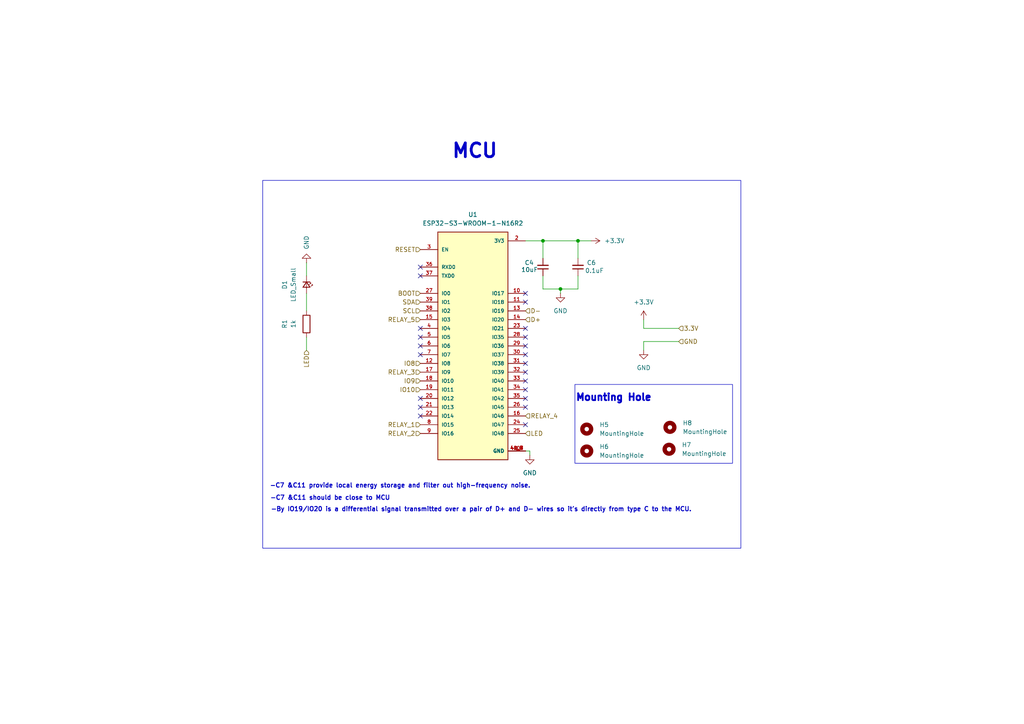
<source format=kicad_sch>
(kicad_sch (version 20231120) (generator "eeschema") (generator_version "8.0")
  (paper "A4")
  (lib_symbols
    (symbol "Device:C_Small" (pin_numbers hide) (pin_names (offset 0.254) hide)
      (property "Reference" "C" (at 0.254 1.778 0))
      (property "Value" "C_Small" (at 0.254 -2.032 0))
      (symbol "C_Small_0_1"
        (polyline (pts (xy -1.524 -0.508) (xy 1.524 -0.508)) (stroke (width 0.3302)))
        (polyline (pts (xy -1.524 0.508) (xy 1.524 0.508)) (stroke (width 0.3048)))
      )
      (symbol "C_Small_1_1"
        (pin passive line (at 0 2.54 270) (length 2.032) (name "~") (number "1"))
        (pin passive line (at 0 -2.54 90) (length 2.032) (name "~") (number "2"))
      )
    )
    (symbol "Device:LED_Small" (pin_numbers hide) (pin_names (offset 0.254) hide)
      (property "Reference" "D" (at -1.27 3.175 0))
      (property "Value" "LED_Small" (at -4.445 -2.54 0))
      (symbol "LED_Small_0_1"
        (polyline (pts (xy -0.762 -1.016) (xy -0.762 1.016)) (stroke (width 0.254)))
        (polyline (pts (xy 1.016 0) (xy -0.762 0)))
        (polyline (pts (xy 0.762 -1.016) (xy -0.762 0) (xy 0.762 1.016) (xy 0.762 -1.016)) (stroke (width 0.254)))
        (polyline (pts (xy 0 0.762) (xy -0.508 1.27) (xy -0.254 1.27) (xy -0.508 1.27) (xy -0.508 1.016)))
        (polyline (pts (xy 0.508 1.27) (xy 0 1.778) (xy 0.254 1.778) (xy 0 1.778) (xy 0 1.524)))
      )
      (symbol "LED_Small_1_1"
        (pin passive line (at -2.54 0 0) (length 1.778) (name "K") (number "1"))
        (pin passive line (at 2.54 0 180) (length 1.778) (name "A") (number "2"))
      )
    )
    (symbol "Device:R" (pin_numbers hide) (pin_names (offset 0))
      (property "Reference" "R" (at 2.032 0 90))
      (property "Value" "R" (at 0 0 90))
      (symbol "R_0_1"
        (rectangle (start -1.016 -2.54) (end 1.016 2.54) (stroke (width 0.254)))
      )
      (symbol "R_1_1"
        (pin passive line (at 0 3.81 270) (length 1.27) (name "~") (number "1"))
        (pin passive line (at 0 -3.81 90) (length 1.27) (name "~") (number "2"))
      )
    )
    (symbol "ESP32-S3-WROOM-1-N16R2_1" (pin_names (offset 1.016))
      (property "Reference" "U" (at -10.16 34.1122 0))
      (property "Value" "ESP32-S3-WROOM-1-N16R2" (at -10.16 -35.56 0))
      (symbol "ESP32-S3-WROOM-1-N16R2_1_0_0"
        (rectangle (start -10.16 -33.02) (end 10.16 33.02) (stroke (width 0.254)) (fill (type background)))
        (pin power_in line (at 15.24 -30.48 180) (length 5.08) (name "GND") (number "1"))
        (pin bidirectional line (at 15.24 15.24 180) (length 5.08) (name "IO17") (number "10"))
        (pin bidirectional line (at 15.24 12.7 180) (length 5.08) (name "IO18") (number "11"))
        (pin bidirectional line (at -15.24 -5.08 0) (length 5.08) (name "IO8") (number "12"))
        (pin bidirectional line (at 15.24 10.16 180) (length 5.08) (name "IO19") (number "13"))
        (pin bidirectional line (at 15.24 7.62 180) (length 5.08) (name "IO20") (number "14"))
        (pin bidirectional line (at -15.24 7.62 0) (length 5.08) (name "IO3") (number "15"))
        (pin bidirectional line (at 15.24 -20.32 180) (length 5.08) (name "IO46") (number "16"))
        (pin bidirectional line (at -15.24 -7.62 0) (length 5.08) (name "IO9") (number "17"))
        (pin bidirectional line (at -15.24 -10.16 0) (length 5.08) (name "IO10") (number "18"))
        (pin bidirectional line (at -15.24 -12.7 0) (length 5.08) (name "IO11") (number "19"))
        (pin power_in line (at 15.24 30.48 180) (length 5.08) (name "3V3") (number "2"))
        (pin bidirectional line (at -15.24 -15.24 0) (length 5.08) (name "IO12") (number "20"))
        (pin bidirectional line (at -15.24 -17.78 0) (length 5.08) (name "IO13") (number "21"))
        (pin bidirectional line (at -15.24 -20.32 0) (length 5.08) (name "IO14") (number "22"))
        (pin bidirectional line (at 15.24 5.08 180) (length 5.08) (name "IO21") (number "23"))
        (pin bidirectional line (at 15.24 -22.86 180) (length 5.08) (name "IO47") (number "24"))
        (pin bidirectional line (at 15.24 -25.4 180) (length 5.08) (name "IO48") (number "25"))
        (pin bidirectional line (at 15.24 -17.78 180) (length 5.08) (name "IO45") (number "26"))
        (pin bidirectional line (at -15.24 15.24 0) (length 5.08) (name "IO0") (number "27"))
        (pin bidirectional line (at 15.24 2.54 180) (length 5.08) (name "IO35") (number "28"))
        (pin bidirectional line (at 15.24 0 180) (length 5.08) (name "IO36") (number "29"))
        (pin input line (at -15.24 27.94 0) (length 5.08) (name "EN") (number "3"))
        (pin bidirectional line (at 15.24 -2.54 180) (length 5.08) (name "IO37") (number "30"))
        (pin bidirectional line (at 15.24 -5.08 180) (length 5.08) (name "IO38") (number "31"))
        (pin bidirectional line (at 15.24 -7.62 180) (length 5.08) (name "IO39") (number "32"))
        (pin bidirectional line (at 15.24 -10.16 180) (length 5.08) (name "IO40") (number "33"))
        (pin bidirectional line (at 15.24 -12.7 180) (length 5.08) (name "IO41") (number "34"))
        (pin bidirectional line (at 15.24 -15.24 180) (length 5.08) (name "IO42") (number "35"))
        (pin bidirectional line (at -15.24 22.86 0) (length 5.08) (name "RXD0") (number "36"))
        (pin bidirectional line (at -15.24 20.32 0) (length 5.08) (name "TXD0") (number "37"))
        (pin bidirectional line (at -15.24 10.16 0) (length 5.08) (name "IO2") (number "38"))
        (pin bidirectional line (at -15.24 12.7 0) (length 5.08) (name "IO1") (number "39"))
        (pin bidirectional line (at -15.24 5.08 0) (length 5.08) (name "IO4") (number "4"))
        (pin power_in line (at 15.24 -30.48 180) (length 5.08) (name "GND") (number "40"))
        (pin power_in line (at 15.24 -30.48 180) (length 5.08) (name "GND") (number "41_1"))
        (pin power_in line (at 15.24 -30.48 180) (length 5.08) (name "GND") (number "41_2"))
        (pin power_in line (at 15.24 -30.48 180) (length 5.08) (name "GND") (number "41_3"))
        (pin power_in line (at 15.24 -30.48 180) (length 5.08) (name "GND") (number "41_4"))
        (pin power_in line (at 15.24 -30.48 180) (length 5.08) (name "GND") (number "41_5"))
        (pin power_in line (at 15.24 -30.48 180) (length 5.08) (name "GND") (number "41_6"))
        (pin power_in line (at 15.24 -30.48 180) (length 5.08) (name "GND") (number "41_7"))
        (pin power_in line (at 15.24 -30.48 180) (length 5.08) (name "GND") (number "41_8"))
        (pin power_in line (at 15.24 -30.48 180) (length 5.08) (name "GND") (number "41_9"))
        (pin bidirectional line (at -15.24 2.54 0) (length 5.08) (name "IO5") (number "5"))
        (pin bidirectional line (at -15.24 0 0) (length 5.08) (name "IO6") (number "6"))
        (pin bidirectional line (at -15.24 -2.54 0) (length 5.08) (name "IO7") (number "7"))
        (pin bidirectional line (at -15.24 -22.86 0) (length 5.08) (name "IO15") (number "8"))
        (pin bidirectional line (at -15.24 -25.4 0) (length 5.08) (name "IO16") (number "9"))
      )
    )
    (symbol "GND_1" (power) (pin_numbers hide) (pin_names (offset 0) hide)
      (property "Value" "GND" (at 0 -3.81 0))
      (symbol "GND_1_0_1"
        (polyline (pts (xy 0 0) (xy 0 -1.27) (xy 1.27 -1.27) (xy 0 -2.54) (xy -1.27 -1.27) (xy 0 -1.27)))
      )
      (symbol "GND_1_1_1"
        (pin power_in line (at 0 0 270) (length 0) (name "~") (number "1"))
      )
    )
    (symbol "Mechanical:MountingHole" (pin_names (offset 1.016))
      (property "Reference" "H" (at 0 5.08 0))
      (property "Value" "MountingHole" (at 0 3.175 0))
      (symbol "MountingHole_0_1"
        (circle (center 0 0) (radius 1.27) (stroke (width 1.27)))
      )
    )
    (symbol "power:+3.3V" (power) (pin_numbers hide) (pin_names (offset 0) hide)
      (property "Value" "+3.3V" (at 0 3.556 0))
      (symbol "+3.3V_0_1"
        (polyline (pts (xy -0.762 1.27) (xy 0 2.54)))
        (polyline (pts (xy 0 0) (xy 0 2.54)))
        (polyline (pts (xy 0 2.54) (xy 0.762 1.27)))
      )
      (symbol "+3.3V_1_1"
        (pin power_in line (at 0 0 90) (length 0) (name "~") (number "1"))
      )
    )
    (symbol "power:GND" (power) (pin_numbers hide) (pin_names (offset 0) hide)
      (property "Value" "GND" (at 0 -3.81 0))
      (symbol "GND_0_1"
        (polyline (pts (xy 0 0) (xy 0 -1.27) (xy 1.27 -1.27) (xy 0 -2.54) (xy -1.27 -1.27) (xy 0 -1.27)))
      )
      (symbol "GND_1_1"
        (pin power_in line (at 0 0 270) (length 0) (name "~") (number "1"))
      )
    )
  )
  (junction (at 157.48 69.85))
  (junction (at 167.64 69.85))
  (junction (at 162.56 83.82))
  (no_connect (at 152.4 95.25))
  (no_connect (at 121.92 100.33))
  (no_connect (at 121.92 115.57))
  (no_connect (at 121.92 80.01))
  (no_connect (at 121.92 118.11))
  (no_connect (at 121.92 102.87))
  (no_connect (at 152.4 113.03))
  (no_connect (at 152.4 118.11))
  (no_connect (at 152.4 97.79))
  (no_connect (at 121.92 120.65))
  (no_connect (at 152.4 105.41))
  (no_connect (at 152.4 123.19))
  (no_connect (at 152.4 115.57))
  (no_connect (at 152.4 102.87))
  (no_connect (at 121.92 77.47))
  (no_connect (at 152.4 100.33))
  (no_connect (at 121.92 97.79))
  (no_connect (at 121.92 95.25))
  (no_connect (at 152.4 87.63))
  (no_connect (at 152.4 85.09))
  (no_connect (at 152.4 107.95))
  (no_connect (at 152.4 110.49))
  (wire (pts (xy 186.69 99.06) (xy 196.85 99.06)))
  (wire (pts (xy 196.85 95.25) (xy 186.69 95.25)))
  (wire (pts (xy 88.9 80.01) (xy 88.9 76.2)))
  (wire (pts (xy 162.56 83.82) (xy 162.56 85.09)))
  (wire (pts (xy 153.67 130.81) (xy 152.4 130.81)))
  (wire (pts (xy 186.69 101.6) (xy 186.69 99.06)))
  (wire (pts (xy 186.69 95.25) (xy 186.69 92.71)))
  (wire (pts (xy 157.48 83.82) (xy 162.56 83.82)))
  (wire (pts (xy 157.48 69.85) (xy 167.64 69.85)))
  (wire (pts (xy 167.64 80.01) (xy 167.64 83.82)))
  (wire (pts (xy 153.67 132.08) (xy 153.67 130.81)))
  (wire (pts (xy 157.48 80.01) (xy 157.48 83.82)))
  (wire (pts (xy 88.9 101.6) (xy 88.9 97.79)))
  (wire (pts (xy 167.64 69.85) (xy 167.64 74.93)))
  (wire (pts (xy 152.4 69.85) (xy 157.48 69.85)))
  (wire (pts (xy 88.9 90.17) (xy 88.9 85.09)))
  (wire (pts (xy 157.48 69.85) (xy 157.48 74.93)))
  (wire (pts (xy 162.56 83.82) (xy 167.64 83.82)))
  (wire (pts (xy 167.64 69.85) (xy 171.45 69.85)))
  (rectangle (start 166.751 111.506) (end 212.471 134.366))
  (rectangle (start 193.3448 128.8542) (end 193.3448 128.8542))
  (rectangle (start 76.2 52.324) (end 214.884 159.004))
  (text "-C7 &C11 should be close to MCU" (at 95.758 144.526 0) (effects (font (size 1.27 1.27) (thickness 0.254) (bold yes))))
  (text "-C7 &C11 provide local energy storage and filter out high-frequency noise." (at 116.078 140.97 0) (effects (font (size 1.27 1.27) (thickness 0.254) (bold yes))))
  (text "Mounting Hole" (at 166.878 116.586 0) (effects (font (size 2 2) (thickness 0.8) (bold yes)) (justify left bottom)))
  (text "MCU\n" (at 130.81 46.228 0) (effects (font (size 4 4) (bold yes)) (justify left bottom)))
  (text "-By IO19/IO20 is a differential signal transmitted over a pair of D+ and D- wires so it's directly from type C to the MCU.\n" (at 78.486 147.828 0) (effects (font (size 1.27 1.27) (thickness 0.254) (bold yes)) (justify left)))
  (hierarchical_label "SDA" (shape input) (at 121.92 87.63 180))
  (hierarchical_label "RELAY_2" (shape input) (at 121.92 125.73 180))
  (hierarchical_label "LED" (shape input) (at 152.4 125.73 0))
  (hierarchical_label "RELAY_4" (shape input) (at 152.4 120.65 0))
  (hierarchical_label "SCL" (shape input) (at 121.92 90.17 180))
  (hierarchical_label "3.3V" (shape input) (at 196.85 95.25 0))
  (hierarchical_label "IO8" (shape input) (at 121.92 105.41 180))
  (hierarchical_label "RELAY_1" (shape input) (at 121.92 123.19 180))
  (hierarchical_label "RESET" (shape input) (at 121.92 72.39 180))
  (hierarchical_label "IO10" (shape input) (at 121.92 113.03 180))
  (hierarchical_label "RELAY_5" (shape input) (at 121.92 92.71 180))
  (hierarchical_label "LED" (shape input) (at 88.9 101.6 270))
  (hierarchical_label "D-" (shape input) (at 152.4 90.17 0))
  (hierarchical_label "RELAY_3" (shape input) (at 121.92 107.95 180))
  (hierarchical_label "GND" (shape input) (at 196.85 99.06 0))
  (hierarchical_label "IO9" (shape input) (at 121.92 110.49 180))
  (hierarchical_label "D+" (shape input) (at 152.4 92.71 0))
  (hierarchical_label "BOOT" (shape input) (at 121.92 85.09 180))
  (symbol (lib_id "Device:R") (at 88.9 93.98 180) (unit 1)
    (property "Reference" "R1" (at 82.55 93.98 90))
    (property "Value" "1k" (at 85.09 93.98 90))
    (property "Footprint" "Resistor_SMD:R_0603_1608Metric" (effects (hide yes)))
    (property "Description" "Resistor" (effects (hide yes)))
  )
  (symbol (lib_id "power:GND") (at 162.56 85.09 0) (unit 1)
    (property "Reference" "#PWR073" (effects (hide yes)))
    (property "Value" "GND" (at 162.56 90.17 0))
    (property "Description" "Power symbol creates a global label with name \"GND\" , ground" (effects (hide yes)))
  )
  (symbol (lib_id "Device:LED_Small") (at 88.9 82.55 270) (unit 1)
    (property "Reference" "D1" (at 82.55 82.6135 0))
    (property "Value" "LED_Small" (at 85.09 82.6135 0))
    (property "Footprint" "LED_SMD:LED_0805_2012Metric" (effects (hide yes)))
    (property "Description" "Light emitting diode, small symbol" (effects (hide yes)))
  )
  (symbol (lib_id "Mechanical:MountingHole") (at 170.18 130.81 0) (unit 1)
    (property "Reference" "H6" (at 173.863 129.5399 0) (effects (justify left)))
    (property "Value" "MountingHole" (at 173.863 132.0799 0) (effects (justify left)))
    (property "Footprint" "MountingHole:MountingHole_3mm_Pad_Via" (effects (hide yes)))
  )
  (symbol (lib_id "power:+3.3V") (at 186.69 92.71 0) (unit 1)
    (property "Reference" "#PWR075" (effects (hide yes)))
    (property "Value" "+3.3V" (at 186.69 87.63 0))
    (property "Description" "Power symbol creates a global label with name \"+3.3V\"" (effects (hide yes)))
  )
  (symbol (lib_id "Mechanical:MountingHole") (at 194.056 130.302 0) (unit 1)
    (property "Reference" "H7" (at 197.739 129.0319 0) (effects (justify left)))
    (property "Value" "MountingHole" (at 197.739 131.5719 0) (effects (justify left)))
    (property "Footprint" "MountingHole:MountingHole_3mm_Pad_Via" (effects (hide yes)))
  )
  (symbol (lib_name "ESP32-S3-WROOM-1-N16R2_1") (lib_id "ESP32-S3-WROOM-1-N16R2:ESP32-S3-WROOM-1-N16R2") (at 137.16 100.33 0) (unit 1)
    (property "Reference" "U1" (at 137.16 62.23 0))
    (property "Value" "ESP32-S3-WROOM-1-N16R2" (at 137.16 64.77 0))
    (property "Footprint" "MOD FILE:XCVR_ESP32-S3-WROOM-1-N16R2" (effects (hide yes)))
    (property "MF" "Espressif Systems" (effects (hide yes)))
    (property "MAXIMUM_PACKAGE_HEIGHT" "3.25mm" (effects (hide yes)))
    (property "Package" "NON STANDARD Espressif Systems" (effects (hide yes)))
    (property "Price" "None" (effects (hide yes)))
    (property "Check_prices" "https://www.snapeda.com/parts/ESP32S3WROOM1N16R2/Espressif+Systems/view-part/?ref=eda" (effects (hide yes)))
    (property "STANDARD" "Manufacturer Recommendations" (effects (hide yes)))
    (property "PARTREV" "v1.0" (effects (hide yes)))
    (property "SnapEDA_Link" "https://www.snapeda.com/parts/ESP32S3WROOM1N16R2/Espressif+Systems/view-part/?ref=snap" (effects (hide yes)))
    (property "MP" "ESP32S3WROOM1N16R2" (effects (hide yes)))
    (property "Description_1" "\nBluetooth, WiFi 802.11b/g/n, Bluetooth v5.0 Transceiver Module 2.4GHz PCB Trace Surface Mount\n" (effects (hide yes)))
    (property "Availability" "In Stock" (effects (hide yes)))
    (property "MANUFACTURER" "Espressif" (effects (hide yes)))
  )
  (symbol (lib_id "Mechanical:MountingHole") (at 194.31 123.952 0) (unit 1)
    (property "Reference" "H8" (at 197.993 122.6819 0) (effects (justify left)))
    (property "Value" "MountingHole" (at 197.993 125.2219 0) (effects (justify left)))
    (property "Footprint" "MountingHole:MountingHole_3mm_Pad_Via" (effects (hide yes)))
  )
  (symbol (lib_id "Mechanical:MountingHole") (at 170.18 124.46 0) (unit 1)
    (property "Reference" "H5" (at 173.863 123.1899 0) (effects (justify left)))
    (property "Value" "MountingHole" (at 173.863 125.7299 0) (effects (justify left)))
    (property "Footprint" "MountingHole:MountingHole_3mm_Pad_Via" (effects (hide yes)))
  )
  (symbol (lib_id "Device:C_Small") (at 167.64 77.47 180) (unit 1)
    (property "Reference" "C6" (at 170.18 76.2 0) (effects (justify right)))
    (property "Value" "0.1uF" (at 169.672 78.4924 0) (effects (justify right)))
    (property "Footprint" "Capacitor_SMD:C_0603_1608Metric" (effects (hide yes)))
  )
  (symbol (lib_id "power:+3.3V") (at 171.45 69.85 270) (unit 1)
    (property "Reference" "#PWR074" (effects (hide yes)))
    (property "Value" "+3.3V" (at 175.26 69.8499 90) (effects (justify left)))
    (property "Description" "Power symbol creates a global label with name \"+3.3V\"" (effects (hide yes)))
  )
  (symbol (lib_name "GND_1") (lib_id "power:GND") (at 88.9 76.2 180) (unit 1)
    (property "Reference" "#PWR01" (effects (hide yes)))
    (property "Value" "GND" (at 88.8999 72.39 90) (effects (justify right)))
    (property "Description" "Power symbol creates a global label with name \"GND\" , ground" (effects (hide yes)))
  )
  (symbol (lib_id "power:GND") (at 153.67 132.08 0) (unit 1)
    (property "Reference" "#PWR072" (effects (hide yes)))
    (property "Value" "GND" (at 153.67 137.16 0))
    (property "Description" "Power symbol creates a global label with name \"GND\" , ground" (effects (hide yes)))
  )
  (symbol (lib_id "power:GND") (at 186.69 101.6 0) (unit 1)
    (property "Reference" "#PWR076" (effects (hide yes)))
    (property "Value" "GND" (at 186.69 106.68 0))
    (property "Description" "Power symbol creates a global label with name \"GND\" , ground" (effects (hide yes)))
  )
  (symbol (lib_id "Device:C_Small") (at 157.48 77.47 180) (unit 1)
    (property "Reference" "C4" (at 152.146 76.2 0) (effects (justify right)))
    (property "Value" "10uF" (at 151.13 78.232 0) (effects (justify right)))
    (property "Footprint" "Capacitor_SMD:C_0603_1608Metric" (effects (hide yes)))
  )
)
</source>
